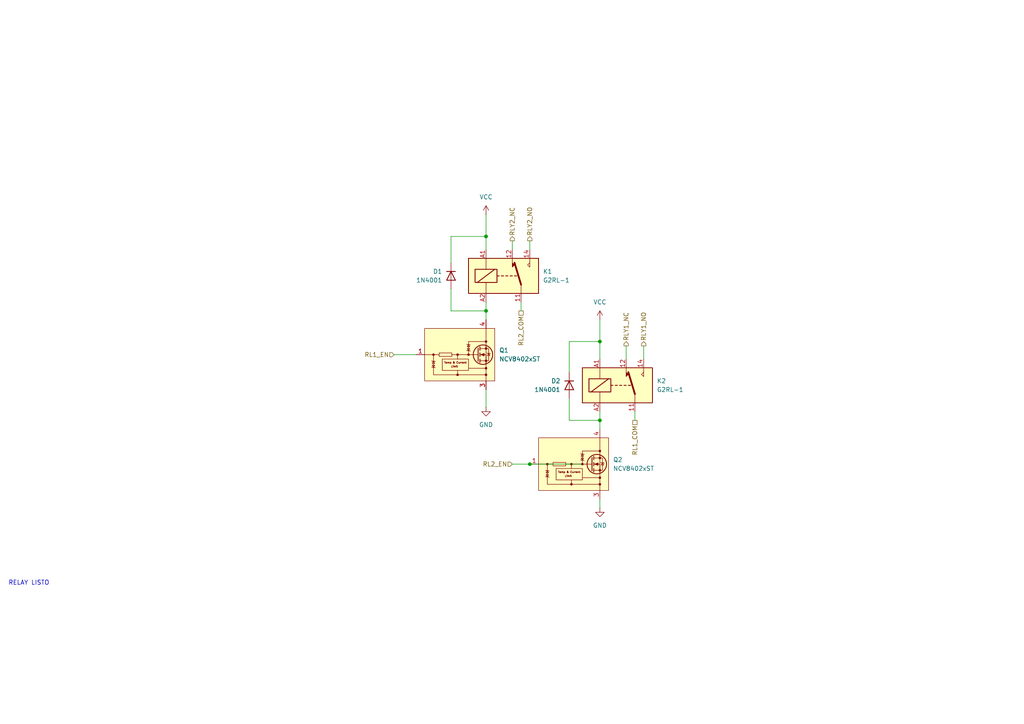
<source format=kicad_sch>
(kicad_sch
	(version 20250114)
	(generator "eeschema")
	(generator_version "9.0")
	(uuid "cffce59c-00fe-42d8-961e-130c24f41ffa")
	(paper "A4")
	(lib_symbols
		(symbol "Diode:1N4001"
			(pin_numbers
				(hide yes)
			)
			(pin_names
				(hide yes)
			)
			(exclude_from_sim no)
			(in_bom yes)
			(on_board yes)
			(property "Reference" "D"
				(at 0 2.54 0)
				(effects
					(font
						(size 1.27 1.27)
					)
				)
			)
			(property "Value" "1N4001"
				(at 0 -2.54 0)
				(effects
					(font
						(size 1.27 1.27)
					)
				)
			)
			(property "Footprint" "Diode_THT:D_DO-41_SOD81_P10.16mm_Horizontal"
				(at 0 0 0)
				(effects
					(font
						(size 1.27 1.27)
					)
					(hide yes)
				)
			)
			(property "Datasheet" "http://www.vishay.com/docs/88503/1n4001.pdf"
				(at 0 0 0)
				(effects
					(font
						(size 1.27 1.27)
					)
					(hide yes)
				)
			)
			(property "Description" "50V 1A General Purpose Rectifier Diode, DO-41"
				(at 0 0 0)
				(effects
					(font
						(size 1.27 1.27)
					)
					(hide yes)
				)
			)
			(property "Sim.Device" "D"
				(at 0 0 0)
				(effects
					(font
						(size 1.27 1.27)
					)
					(hide yes)
				)
			)
			(property "Sim.Pins" "1=K 2=A"
				(at 0 0 0)
				(effects
					(font
						(size 1.27 1.27)
					)
					(hide yes)
				)
			)
			(property "ki_keywords" "diode"
				(at 0 0 0)
				(effects
					(font
						(size 1.27 1.27)
					)
					(hide yes)
				)
			)
			(property "ki_fp_filters" "D*DO?41*"
				(at 0 0 0)
				(effects
					(font
						(size 1.27 1.27)
					)
					(hide yes)
				)
			)
			(symbol "1N4001_0_1"
				(polyline
					(pts
						(xy -1.27 1.27) (xy -1.27 -1.27)
					)
					(stroke
						(width 0.254)
						(type default)
					)
					(fill
						(type none)
					)
				)
				(polyline
					(pts
						(xy 1.27 1.27) (xy 1.27 -1.27) (xy -1.27 0) (xy 1.27 1.27)
					)
					(stroke
						(width 0.254)
						(type default)
					)
					(fill
						(type none)
					)
				)
				(polyline
					(pts
						(xy 1.27 0) (xy -1.27 0)
					)
					(stroke
						(width 0)
						(type default)
					)
					(fill
						(type none)
					)
				)
			)
			(symbol "1N4001_1_1"
				(pin passive line
					(at -3.81 0 0)
					(length 2.54)
					(name "K"
						(effects
							(font
								(size 1.27 1.27)
							)
						)
					)
					(number "1"
						(effects
							(font
								(size 1.27 1.27)
							)
						)
					)
				)
				(pin passive line
					(at 3.81 0 180)
					(length 2.54)
					(name "A"
						(effects
							(font
								(size 1.27 1.27)
							)
						)
					)
					(number "2"
						(effects
							(font
								(size 1.27 1.27)
							)
						)
					)
				)
			)
			(embedded_fonts no)
		)
		(symbol "Driver_FET:NCV8402xST"
			(pin_names
				(offset 0)
				(hide yes)
			)
			(exclude_from_sim no)
			(in_bom yes)
			(on_board yes)
			(property "Reference" "Q"
				(at 5.08 8.89 0)
				(effects
					(font
						(size 1.27 1.27)
					)
					(justify right)
				)
			)
			(property "Value" "NCV8402xST"
				(at -11.43 8.89 0)
				(effects
					(font
						(size 1.27 1.27)
					)
					(justify left)
				)
			)
			(property "Footprint" "Package_TO_SOT_SMD:SOT-223"
				(at 0 -7.112 0)
				(effects
					(font
						(size 1.27 1.27)
					)
					(hide yes)
				)
			)
			(property "Datasheet" "https://www.onsemi.com/pub/Collateral/NCV8402-D.PDF"
				(at 7.62 0 0)
				(effects
					(font
						(size 1.27 1.27)
					)
					(hide yes)
				)
			)
			(property "Description" "Self-Protected Low Side Driver with Temperature and Current Limit, SOT−223"
				(at 0 0 0)
				(effects
					(font
						(size 1.27 1.27)
					)
					(hide yes)
				)
			)
			(property "ki_keywords" "MOSFET ESD Overcurrent"
				(at 0 0 0)
				(effects
					(font
						(size 1.27 1.27)
					)
					(hide yes)
				)
			)
			(property "ki_fp_filters" "SOT?223*"
				(at 0 0 0)
				(effects
					(font
						(size 1.27 1.27)
					)
					(hide yes)
				)
			)
			(symbol "NCV8402xST_0_0"
				(rectangle
					(start -10.16 7.62)
					(end 10.16 -7.62)
					(stroke
						(width 0)
						(type default)
					)
					(fill
						(type background)
					)
				)
				(rectangle
					(start -5.969 0.508)
					(end -2.286 -0.508)
					(stroke
						(width 0)
						(type default)
					)
					(fill
						(type none)
					)
				)
				(polyline
					(pts
						(xy -0.635 -1.27) (xy -0.635 -0.635) (xy -0.635 0)
					)
					(stroke
						(width 0)
						(type default)
					)
					(fill
						(type none)
					)
				)
				(polyline
					(pts
						(xy -0.635 -5.842) (xy -7.62 -5.842) (xy -7.62 0) (xy -6.096 0)
					)
					(stroke
						(width 0)
						(type default)
					)
					(fill
						(type none)
					)
				)
				(polyline
					(pts
						(xy 2.54 0) (xy -2.286 0) (xy -0.889 0)
					)
					(stroke
						(width 0)
						(type default)
					)
					(fill
						(type none)
					)
				)
				(polyline
					(pts
						(xy 2.54 0) (xy 2.54 3.81) (xy 7.62 3.81)
					)
					(stroke
						(width 0)
						(type default)
					)
					(fill
						(type none)
					)
				)
				(polyline
					(pts
						(xy 7.62 2.54) (xy 7.62 7.62)
					)
					(stroke
						(width 0)
						(type default)
					)
					(fill
						(type none)
					)
				)
				(polyline
					(pts
						(xy 7.62 2.54) (xy 7.62 -7.62)
					)
					(stroke
						(width 0)
						(type default)
					)
					(fill
						(type none)
					)
				)
				(polyline
					(pts
						(xy 7.62 -5.842) (xy -0.635 -5.842) (xy -0.635 -4.572)
					)
					(stroke
						(width 0)
						(type default)
					)
					(fill
						(type none)
					)
				)
				(text "Limit"
					(at -1.524 -3.429 0)
					(effects
						(font
							(size 0.5334 0.5334)
						)
					)
				)
				(text "Temp & Current"
					(at -1.27 -2.286 0)
					(effects
						(font
							(size 0.5334 0.5334)
						)
					)
				)
			)
			(symbol "NCV8402xST_0_1"
				(polyline
					(pts
						(xy -7.62 0) (xy -10.16 0)
					)
					(stroke
						(width 0)
						(type default)
					)
					(fill
						(type none)
					)
				)
				(rectangle
					(start -5.08 -1.27)
					(end 2.54 -4.572)
					(stroke
						(width 0)
						(type default)
					)
					(fill
						(type none)
					)
				)
				(polyline
					(pts
						(xy 7.62 -3.937) (xy 2.667 -3.937)
					)
					(stroke
						(width 0)
						(type default)
					)
					(fill
						(type none)
					)
				)
			)
			(symbol "NCV8402xST_1_1"
				(polyline
					(pts
						(xy -8.128 -1.778) (xy -8.001 -1.905) (xy -7.239 -1.905) (xy -7.112 -2.032)
					)
					(stroke
						(width 0)
						(type default)
					)
					(fill
						(type none)
					)
				)
				(circle
					(center -7.62 0)
					(radius 0.2794)
					(stroke
						(width 0)
						(type default)
					)
					(fill
						(type outline)
					)
				)
				(polyline
					(pts
						(xy -7.62 -1.905) (xy -8.001 -2.54) (xy -7.239 -2.54) (xy -7.62 -1.905)
					)
					(stroke
						(width 0)
						(type default)
					)
					(fill
						(type none)
					)
				)
				(polyline
					(pts
						(xy -7.62 -3.683) (xy -7.239 -3.048) (xy -8.001 -3.048) (xy -7.62 -3.683)
					)
					(stroke
						(width 0)
						(type default)
					)
					(fill
						(type none)
					)
				)
				(polyline
					(pts
						(xy -7.112 -3.81) (xy -7.239 -3.683) (xy -8.001 -3.683) (xy -8.128 -3.556)
					)
					(stroke
						(width 0)
						(type default)
					)
					(fill
						(type none)
					)
				)
				(circle
					(center -0.635 0)
					(radius 0.2794)
					(stroke
						(width 0)
						(type default)
					)
					(fill
						(type outline)
					)
				)
				(circle
					(center -0.635 -5.842)
					(radius 0.2794)
					(stroke
						(width 0)
						(type default)
					)
					(fill
						(type outline)
					)
				)
				(polyline
					(pts
						(xy 2.032 3.048) (xy 2.159 2.921) (xy 2.921 2.921) (xy 3.048 2.794)
					)
					(stroke
						(width 0)
						(type default)
					)
					(fill
						(type none)
					)
				)
				(polyline
					(pts
						(xy 2.54 2.921) (xy 2.159 2.286) (xy 2.921 2.286) (xy 2.54 2.921)
					)
					(stroke
						(width 0)
						(type default)
					)
					(fill
						(type none)
					)
				)
				(polyline
					(pts
						(xy 2.54 1.143) (xy 2.921 1.778) (xy 2.159 1.778) (xy 2.54 1.143)
					)
					(stroke
						(width 0)
						(type default)
					)
					(fill
						(type none)
					)
				)
				(polyline
					(pts
						(xy 2.54 0) (xy 5.334 0)
					)
					(stroke
						(width 0)
						(type default)
					)
					(fill
						(type none)
					)
				)
				(circle
					(center 2.54 0)
					(radius 0.2794)
					(stroke
						(width 0)
						(type default)
					)
					(fill
						(type outline)
					)
				)
				(polyline
					(pts
						(xy 3.048 1.016) (xy 2.921 1.143) (xy 2.159 1.143) (xy 2.032 1.27)
					)
					(stroke
						(width 0)
						(type default)
					)
					(fill
						(type none)
					)
				)
				(polyline
					(pts
						(xy 5.334 1.905) (xy 5.334 -1.905) (xy 5.334 -1.905)
					)
					(stroke
						(width 0.254)
						(type default)
					)
					(fill
						(type none)
					)
				)
				(polyline
					(pts
						(xy 5.842 2.286) (xy 5.842 1.27)
					)
					(stroke
						(width 0.254)
						(type default)
					)
					(fill
						(type none)
					)
				)
				(polyline
					(pts
						(xy 5.842 1.778) (xy 7.62 1.778)
					)
					(stroke
						(width 0)
						(type default)
					)
					(fill
						(type none)
					)
				)
				(polyline
					(pts
						(xy 5.842 0.508) (xy 5.842 -0.508)
					)
					(stroke
						(width 0.254)
						(type default)
					)
					(fill
						(type none)
					)
				)
				(polyline
					(pts
						(xy 5.842 0) (xy 7.62 0)
					)
					(stroke
						(width 0)
						(type default)
					)
					(fill
						(type none)
					)
				)
				(polyline
					(pts
						(xy 5.842 -1.27) (xy 5.842 -2.286)
					)
					(stroke
						(width 0.254)
						(type default)
					)
					(fill
						(type none)
					)
				)
				(polyline
					(pts
						(xy 5.842 -1.778) (xy 7.62 -1.778)
					)
					(stroke
						(width 0)
						(type default)
					)
					(fill
						(type none)
					)
				)
				(polyline
					(pts
						(xy 6.096 0) (xy 7.112 0.381) (xy 7.112 -0.381) (xy 6.096 0)
					)
					(stroke
						(width 0)
						(type default)
					)
					(fill
						(type outline)
					)
				)
				(circle
					(center 6.731 0)
					(radius 2.8194)
					(stroke
						(width 0.254)
						(type default)
					)
					(fill
						(type none)
					)
				)
				(circle
					(center 7.62 3.81)
					(radius 0.2794)
					(stroke
						(width 0)
						(type default)
					)
					(fill
						(type outline)
					)
				)
				(polyline
					(pts
						(xy 7.62 2.54) (xy 7.62 1.778)
					)
					(stroke
						(width 0)
						(type default)
					)
					(fill
						(type none)
					)
				)
				(circle
					(center 7.62 1.778)
					(radius 0.2794)
					(stroke
						(width 0)
						(type default)
					)
					(fill
						(type outline)
					)
				)
				(polyline
					(pts
						(xy 7.62 -1.778) (xy 7.62 0)
					)
					(stroke
						(width 0)
						(type default)
					)
					(fill
						(type none)
					)
				)
				(polyline
					(pts
						(xy 7.62 -1.778) (xy 7.62 -2.54)
					)
					(stroke
						(width 0)
						(type default)
					)
					(fill
						(type none)
					)
				)
				(polyline
					(pts
						(xy 7.62 -1.778) (xy 8.382 -1.778) (xy 8.382 1.778) (xy 7.62 1.778)
					)
					(stroke
						(width 0)
						(type default)
					)
					(fill
						(type none)
					)
				)
				(circle
					(center 7.62 -1.778)
					(radius 0.2794)
					(stroke
						(width 0)
						(type default)
					)
					(fill
						(type outline)
					)
				)
				(circle
					(center 7.62 -3.937)
					(radius 0.2794)
					(stroke
						(width 0)
						(type default)
					)
					(fill
						(type outline)
					)
				)
				(circle
					(center 7.62 -5.842)
					(radius 0.2794)
					(stroke
						(width 0)
						(type default)
					)
					(fill
						(type outline)
					)
				)
				(polyline
					(pts
						(xy 7.874 0.508) (xy 8.001 0.381) (xy 8.763 0.381) (xy 8.89 0.254)
					)
					(stroke
						(width 0)
						(type default)
					)
					(fill
						(type none)
					)
				)
				(polyline
					(pts
						(xy 8.382 0.381) (xy 8.001 -0.254) (xy 8.763 -0.254) (xy 8.382 0.381)
					)
					(stroke
						(width 0)
						(type default)
					)
					(fill
						(type none)
					)
				)
				(pin input line
					(at -12.7 0 0)
					(length 2.54)
					(name "G"
						(effects
							(font
								(size 1.27 1.27)
							)
						)
					)
					(number "1"
						(effects
							(font
								(size 1.27 1.27)
							)
						)
					)
				)
				(pin passive line
					(at 7.62 10.16 270)
					(length 2.54)
					(hide yes)
					(name "D"
						(effects
							(font
								(size 1.27 1.27)
							)
						)
					)
					(number "2"
						(effects
							(font
								(size 1.27 1.27)
							)
						)
					)
				)
				(pin passive line
					(at 7.62 10.16 270)
					(length 2.54)
					(name "D"
						(effects
							(font
								(size 1.27 1.27)
							)
						)
					)
					(number "4"
						(effects
							(font
								(size 1.27 1.27)
							)
						)
					)
				)
				(pin passive line
					(at 7.62 -10.16 90)
					(length 2.54)
					(name "S"
						(effects
							(font
								(size 1.27 1.27)
							)
						)
					)
					(number "3"
						(effects
							(font
								(size 1.27 1.27)
							)
						)
					)
				)
			)
			(embedded_fonts no)
		)
		(symbol "Relay:G2RL-1"
			(exclude_from_sim no)
			(in_bom yes)
			(on_board yes)
			(property "Reference" "K"
				(at 11.43 3.81 0)
				(effects
					(font
						(size 1.27 1.27)
					)
					(justify left)
				)
			)
			(property "Value" "G2RL-1"
				(at 11.43 1.27 0)
				(effects
					(font
						(size 1.27 1.27)
					)
					(justify left)
				)
			)
			(property "Footprint" "Relay_THT:Relay_SPDT_Omron_G2RL-1"
				(at 11.43 -1.27 0)
				(effects
					(font
						(size 1.27 1.27)
					)
					(justify left)
					(hide yes)
				)
			)
			(property "Datasheet" "https://omronfs.omron.com/en_US/ecb/products/pdf/en-g2rl.pdf"
				(at 0 0 0)
				(effects
					(font
						(size 1.27 1.27)
					)
					(hide yes)
				)
			)
			(property "Description" "General Purpose Low Profile Relay SPDT Through Hole, Omron G2RL series, 12A 250VAC"
				(at 0 0 0)
				(effects
					(font
						(size 1.27 1.27)
					)
					(hide yes)
				)
			)
			(property "ki_keywords" "Single Pole Relay SPDT Omron"
				(at 0 0 0)
				(effects
					(font
						(size 1.27 1.27)
					)
					(hide yes)
				)
			)
			(property "ki_fp_filters" "Relay?SPDT?Omron?G2RL*"
				(at 0 0 0)
				(effects
					(font
						(size 1.27 1.27)
					)
					(hide yes)
				)
			)
			(symbol "G2RL-1_0_0"
				(polyline
					(pts
						(xy 7.62 5.08) (xy 7.62 2.54) (xy 6.985 3.175) (xy 7.62 3.81)
					)
					(stroke
						(width 0)
						(type default)
					)
					(fill
						(type none)
					)
				)
			)
			(symbol "G2RL-1_0_1"
				(rectangle
					(start -10.16 5.08)
					(end 10.16 -5.08)
					(stroke
						(width 0.254)
						(type default)
					)
					(fill
						(type background)
					)
				)
				(rectangle
					(start -8.255 1.905)
					(end -1.905 -1.905)
					(stroke
						(width 0.254)
						(type default)
					)
					(fill
						(type none)
					)
				)
				(polyline
					(pts
						(xy -7.62 -1.905) (xy -2.54 1.905)
					)
					(stroke
						(width 0.254)
						(type default)
					)
					(fill
						(type none)
					)
				)
				(polyline
					(pts
						(xy -5.08 5.08) (xy -5.08 1.905)
					)
					(stroke
						(width 0)
						(type default)
					)
					(fill
						(type none)
					)
				)
				(polyline
					(pts
						(xy -5.08 -5.08) (xy -5.08 -1.905)
					)
					(stroke
						(width 0)
						(type default)
					)
					(fill
						(type none)
					)
				)
				(polyline
					(pts
						(xy -1.905 0) (xy -1.27 0)
					)
					(stroke
						(width 0.254)
						(type default)
					)
					(fill
						(type none)
					)
				)
				(polyline
					(pts
						(xy -0.635 0) (xy 0 0)
					)
					(stroke
						(width 0.254)
						(type default)
					)
					(fill
						(type none)
					)
				)
				(polyline
					(pts
						(xy 0.635 0) (xy 1.27 0)
					)
					(stroke
						(width 0.254)
						(type default)
					)
					(fill
						(type none)
					)
				)
				(polyline
					(pts
						(xy 1.905 0) (xy 2.54 0)
					)
					(stroke
						(width 0.254)
						(type default)
					)
					(fill
						(type none)
					)
				)
				(polyline
					(pts
						(xy 2.54 5.08) (xy 2.54 2.54) (xy 3.175 3.175) (xy 2.54 3.81)
					)
					(stroke
						(width 0)
						(type default)
					)
					(fill
						(type outline)
					)
				)
				(polyline
					(pts
						(xy 3.175 0) (xy 3.81 0)
					)
					(stroke
						(width 0.254)
						(type default)
					)
					(fill
						(type none)
					)
				)
				(polyline
					(pts
						(xy 5.08 -2.54) (xy 3.175 3.81)
					)
					(stroke
						(width 0.508)
						(type default)
					)
					(fill
						(type none)
					)
				)
				(polyline
					(pts
						(xy 5.08 -2.54) (xy 5.08 -5.08)
					)
					(stroke
						(width 0)
						(type default)
					)
					(fill
						(type none)
					)
				)
			)
			(symbol "G2RL-1_1_1"
				(pin passive line
					(at -5.08 7.62 270)
					(length 2.54)
					(name "~"
						(effects
							(font
								(size 1.27 1.27)
							)
						)
					)
					(number "A1"
						(effects
							(font
								(size 1.27 1.27)
							)
						)
					)
				)
				(pin passive line
					(at -5.08 -7.62 90)
					(length 2.54)
					(name "~"
						(effects
							(font
								(size 1.27 1.27)
							)
						)
					)
					(number "A2"
						(effects
							(font
								(size 1.27 1.27)
							)
						)
					)
				)
				(pin passive line
					(at 2.54 7.62 270)
					(length 2.54)
					(name "~"
						(effects
							(font
								(size 1.27 1.27)
							)
						)
					)
					(number "12"
						(effects
							(font
								(size 1.27 1.27)
							)
						)
					)
				)
				(pin passive line
					(at 5.08 -7.62 90)
					(length 2.54)
					(name "~"
						(effects
							(font
								(size 1.27 1.27)
							)
						)
					)
					(number "11"
						(effects
							(font
								(size 1.27 1.27)
							)
						)
					)
				)
				(pin passive line
					(at 7.62 7.62 270)
					(length 2.54)
					(name "~"
						(effects
							(font
								(size 1.27 1.27)
							)
						)
					)
					(number "14"
						(effects
							(font
								(size 1.27 1.27)
							)
						)
					)
				)
			)
			(embedded_fonts no)
		)
		(symbol "power:GND"
			(power)
			(pin_numbers
				(hide yes)
			)
			(pin_names
				(offset 0)
				(hide yes)
			)
			(exclude_from_sim no)
			(in_bom yes)
			(on_board yes)
			(property "Reference" "#PWR"
				(at 0 -6.35 0)
				(effects
					(font
						(size 1.27 1.27)
					)
					(hide yes)
				)
			)
			(property "Value" "GND"
				(at 0 -3.81 0)
				(effects
					(font
						(size 1.27 1.27)
					)
				)
			)
			(property "Footprint" ""
				(at 0 0 0)
				(effects
					(font
						(size 1.27 1.27)
					)
					(hide yes)
				)
			)
			(property "Datasheet" ""
				(at 0 0 0)
				(effects
					(font
						(size 1.27 1.27)
					)
					(hide yes)
				)
			)
			(property "Description" "Power symbol creates a global label with name \"GND\" , ground"
				(at 0 0 0)
				(effects
					(font
						(size 1.27 1.27)
					)
					(hide yes)
				)
			)
			(property "ki_keywords" "global power"
				(at 0 0 0)
				(effects
					(font
						(size 1.27 1.27)
					)
					(hide yes)
				)
			)
			(symbol "GND_0_1"
				(polyline
					(pts
						(xy 0 0) (xy 0 -1.27) (xy 1.27 -1.27) (xy 0 -2.54) (xy -1.27 -1.27) (xy 0 -1.27)
					)
					(stroke
						(width 0)
						(type default)
					)
					(fill
						(type none)
					)
				)
			)
			(symbol "GND_1_1"
				(pin power_in line
					(at 0 0 270)
					(length 0)
					(name "~"
						(effects
							(font
								(size 1.27 1.27)
							)
						)
					)
					(number "1"
						(effects
							(font
								(size 1.27 1.27)
							)
						)
					)
				)
			)
			(embedded_fonts no)
		)
		(symbol "power:VCC"
			(power)
			(pin_numbers
				(hide yes)
			)
			(pin_names
				(offset 0)
				(hide yes)
			)
			(exclude_from_sim no)
			(in_bom yes)
			(on_board yes)
			(property "Reference" "#PWR"
				(at 0 -3.81 0)
				(effects
					(font
						(size 1.27 1.27)
					)
					(hide yes)
				)
			)
			(property "Value" "VCC"
				(at 0 3.556 0)
				(effects
					(font
						(size 1.27 1.27)
					)
				)
			)
			(property "Footprint" ""
				(at 0 0 0)
				(effects
					(font
						(size 1.27 1.27)
					)
					(hide yes)
				)
			)
			(property "Datasheet" ""
				(at 0 0 0)
				(effects
					(font
						(size 1.27 1.27)
					)
					(hide yes)
				)
			)
			(property "Description" "Power symbol creates a global label with name \"VCC\""
				(at 0 0 0)
				(effects
					(font
						(size 1.27 1.27)
					)
					(hide yes)
				)
			)
			(property "ki_keywords" "global power"
				(at 0 0 0)
				(effects
					(font
						(size 1.27 1.27)
					)
					(hide yes)
				)
			)
			(symbol "VCC_0_1"
				(polyline
					(pts
						(xy -0.762 1.27) (xy 0 2.54)
					)
					(stroke
						(width 0)
						(type default)
					)
					(fill
						(type none)
					)
				)
				(polyline
					(pts
						(xy 0 2.54) (xy 0.762 1.27)
					)
					(stroke
						(width 0)
						(type default)
					)
					(fill
						(type none)
					)
				)
				(polyline
					(pts
						(xy 0 0) (xy 0 2.54)
					)
					(stroke
						(width 0)
						(type default)
					)
					(fill
						(type none)
					)
				)
			)
			(symbol "VCC_1_1"
				(pin power_in line
					(at 0 0 90)
					(length 0)
					(name "~"
						(effects
							(font
								(size 1.27 1.27)
							)
						)
					)
					(number "1"
						(effects
							(font
								(size 1.27 1.27)
							)
						)
					)
				)
			)
			(embedded_fonts no)
		)
	)
	(text "RELAY LISTO\n"
		(exclude_from_sim no)
		(at 8.382 169.164 0)
		(effects
			(font
				(size 1.27 1.27)
			)
		)
		(uuid "76647f0d-a2d8-4d24-8657-2dc1120c9885")
	)
	(junction
		(at 140.97 68.58)
		(diameter 0)
		(color 0 0 0 0)
		(uuid "0243e7e9-b096-40d2-88a4-160c1cba8ec3")
	)
	(junction
		(at 173.99 121.92)
		(diameter 0)
		(color 0 0 0 0)
		(uuid "492e6deb-ced7-4ab5-a241-b852983a1568")
	)
	(junction
		(at 140.97 90.17)
		(diameter 0)
		(color 0 0 0 0)
		(uuid "9790c15f-ca86-4279-87fd-3bf01956a8cb")
	)
	(junction
		(at 153.67 134.62)
		(diameter 0)
		(color 0 0 0 0)
		(uuid "dab960e0-f999-4bb2-9ace-abd292fb8e70")
	)
	(junction
		(at 173.99 99.06)
		(diameter 0)
		(color 0 0 0 0)
		(uuid "f7e2128c-c49b-40f3-8bcf-9a2d69fe1500")
	)
	(wire
		(pts
			(xy 173.99 104.14) (xy 173.99 99.06)
		)
		(stroke
			(width 0)
			(type default)
		)
		(uuid "0013287f-4d51-4d58-ba86-50c6f98c8329")
	)
	(wire
		(pts
			(xy 148.59 134.62) (xy 153.67 134.62)
		)
		(stroke
			(width 0)
			(type default)
		)
		(uuid "03f2bc32-1e33-4385-9680-15eeb5fd2151")
	)
	(wire
		(pts
			(xy 130.81 90.17) (xy 140.97 90.17)
		)
		(stroke
			(width 0)
			(type default)
		)
		(uuid "13f81811-24c8-4e46-96e5-154a37eaa77f")
	)
	(wire
		(pts
			(xy 168.91 134.62) (xy 153.67 134.62)
		)
		(stroke
			(width 0)
			(type default)
		)
		(uuid "30573f30-8533-40c3-9455-dbb43da8c837")
	)
	(wire
		(pts
			(xy 165.1 99.06) (xy 173.99 99.06)
		)
		(stroke
			(width 0)
			(type default)
		)
		(uuid "311af6b3-1309-45fc-91b8-30172b010be7")
	)
	(wire
		(pts
			(xy 165.1 115.57) (xy 165.1 121.92)
		)
		(stroke
			(width 0)
			(type default)
		)
		(uuid "37fe98ab-ed78-4af9-b787-714f235d5d88")
	)
	(wire
		(pts
			(xy 140.97 68.58) (xy 140.97 72.39)
		)
		(stroke
			(width 0)
			(type default)
		)
		(uuid "3ab762bf-eadb-42cb-99c3-8d4e9d063074")
	)
	(wire
		(pts
			(xy 140.97 113.03) (xy 140.97 118.11)
		)
		(stroke
			(width 0)
			(type default)
		)
		(uuid "3ef48777-dbb5-495d-a685-d9ddf8b16861")
	)
	(wire
		(pts
			(xy 140.97 90.17) (xy 140.97 92.71)
		)
		(stroke
			(width 0)
			(type default)
		)
		(uuid "49f05833-c2d5-4419-a8a0-d90470addf9f")
	)
	(wire
		(pts
			(xy 148.59 69.85) (xy 148.59 72.39)
		)
		(stroke
			(width 0)
			(type default)
		)
		(uuid "5ccdb662-a05a-4bc1-8988-c898078b42a5")
	)
	(wire
		(pts
			(xy 140.97 87.63) (xy 140.97 90.17)
		)
		(stroke
			(width 0)
			(type default)
		)
		(uuid "6c781015-9b71-4633-947c-a4686204da16")
	)
	(wire
		(pts
			(xy 173.99 119.38) (xy 173.99 121.92)
		)
		(stroke
			(width 0)
			(type default)
		)
		(uuid "729ffc3e-3b0a-4700-a03c-8198601e4f85")
	)
	(wire
		(pts
			(xy 153.67 69.85) (xy 153.67 72.39)
		)
		(stroke
			(width 0)
			(type default)
		)
		(uuid "8c26bcf7-9b18-480a-b5ac-6407190a3498")
	)
	(wire
		(pts
			(xy 181.61 100.33) (xy 181.61 104.14)
		)
		(stroke
			(width 0)
			(type default)
		)
		(uuid "91ea4add-298c-4de7-9ef3-84cd5950595a")
	)
	(wire
		(pts
			(xy 140.97 62.23) (xy 140.97 68.58)
		)
		(stroke
			(width 0)
			(type default)
		)
		(uuid "94d5294c-7c3e-466b-90c3-f187d61dc544")
	)
	(wire
		(pts
			(xy 151.13 87.63) (xy 151.13 90.17)
		)
		(stroke
			(width 0)
			(type default)
		)
		(uuid "95cf5e65-a308-49e5-af0c-199b5c8da5fd")
	)
	(wire
		(pts
			(xy 114.3 102.87) (xy 120.65 102.87)
		)
		(stroke
			(width 0)
			(type default)
		)
		(uuid "abf5be68-7a0e-4698-a19f-9026a3287058")
	)
	(wire
		(pts
			(xy 173.99 121.92) (xy 173.99 124.46)
		)
		(stroke
			(width 0)
			(type default)
		)
		(uuid "b2cff636-ccbb-4d0e-8bf8-bcd61be111fe")
	)
	(wire
		(pts
			(xy 130.81 83.82) (xy 130.81 90.17)
		)
		(stroke
			(width 0)
			(type default)
		)
		(uuid "b6d3b6c9-6501-47fe-8cf8-de67e45e1c58")
	)
	(wire
		(pts
			(xy 173.99 144.78) (xy 173.99 147.32)
		)
		(stroke
			(width 0)
			(type default)
		)
		(uuid "b7a825fd-4547-4d3d-b565-3fd58320ab87")
	)
	(wire
		(pts
			(xy 130.81 68.58) (xy 140.97 68.58)
		)
		(stroke
			(width 0)
			(type default)
		)
		(uuid "d8235f28-80bc-4cb1-ac4b-df6b032268db")
	)
	(wire
		(pts
			(xy 186.69 104.14) (xy 186.69 100.33)
		)
		(stroke
			(width 0)
			(type default)
		)
		(uuid "d84b7d54-4ef9-4983-b224-e06b388a0f31")
	)
	(wire
		(pts
			(xy 165.1 107.95) (xy 165.1 99.06)
		)
		(stroke
			(width 0)
			(type default)
		)
		(uuid "e7ce7e1f-8d32-488a-9898-ebd57dfe7699")
	)
	(wire
		(pts
			(xy 173.99 99.06) (xy 173.99 92.71)
		)
		(stroke
			(width 0)
			(type default)
		)
		(uuid "ed2478fe-790f-456b-84ae-0959a180fb4d")
	)
	(wire
		(pts
			(xy 165.1 121.92) (xy 173.99 121.92)
		)
		(stroke
			(width 0)
			(type default)
		)
		(uuid "fc0b3709-4294-4326-a141-5a094722e736")
	)
	(wire
		(pts
			(xy 130.81 76.2) (xy 130.81 68.58)
		)
		(stroke
			(width 0)
			(type default)
		)
		(uuid "fe4d3fb8-9039-4ed7-ac41-270a7aeadd4a")
	)
	(wire
		(pts
			(xy 184.15 121.92) (xy 184.15 119.38)
		)
		(stroke
			(width 0)
			(type default)
		)
		(uuid "ff86b017-b40e-4aaa-8ea1-9e3eb2440ee2")
	)
	(hierarchical_label "RLY2_NC"
		(shape output)
		(at 148.59 69.85 90)
		(effects
			(font
				(size 1.27 1.27)
			)
			(justify left)
		)
		(uuid "136d0900-9b90-4551-8207-94253f00894f")
	)
	(hierarchical_label "RL1_COM"
		(shape passive)
		(at 184.15 121.92 270)
		(effects
			(font
				(size 1.27 1.27)
			)
			(justify right)
		)
		(uuid "2638d623-5eec-49a7-96ce-abc063f0b2d7")
	)
	(hierarchical_label "RL2_EN"
		(shape input)
		(at 148.59 134.62 180)
		(effects
			(font
				(size 1.27 1.27)
			)
			(justify right)
		)
		(uuid "3e898b01-38f7-473b-ad57-85697ebc3821")
	)
	(hierarchical_label "RLY1_NO"
		(shape output)
		(at 186.69 100.33 90)
		(effects
			(font
				(size 1.27 1.27)
			)
			(justify left)
		)
		(uuid "59b3596f-6833-4967-9719-de3fb6b6d32b")
	)
	(hierarchical_label "RL2_COM"
		(shape passive)
		(at 151.13 90.17 270)
		(effects
			(font
				(size 1.27 1.27)
			)
			(justify right)
		)
		(uuid "bca84ce4-18dc-44a6-8825-736c79c71c42")
	)
	(hierarchical_label "RLY1_NC"
		(shape output)
		(at 181.61 100.33 90)
		(effects
			(font
				(size 1.27 1.27)
			)
			(justify left)
		)
		(uuid "c0cdb961-51b2-4c39-8ab1-807eecbcef55")
	)
	(hierarchical_label "RL1_EN"
		(shape input)
		(at 114.3 102.87 180)
		(effects
			(font
				(size 1.27 1.27)
			)
			(justify right)
		)
		(uuid "e598eb98-68c7-425a-9a03-cdc3890e510b")
	)
	(hierarchical_label "RLY2_NO"
		(shape output)
		(at 153.67 69.85 90)
		(effects
			(font
				(size 1.27 1.27)
			)
			(justify left)
		)
		(uuid "e69a26a3-31d0-445f-abcf-c10ca3ccec38")
	)
	(symbol
		(lib_id "power:GND")
		(at 173.99 147.32 0)
		(unit 1)
		(exclude_from_sim no)
		(in_bom yes)
		(on_board yes)
		(dnp no)
		(fields_autoplaced yes)
		(uuid "25ddbd57-fd12-401b-b409-6cf1f319c209")
		(property "Reference" "#PWR019"
			(at 173.99 153.67 0)
			(effects
				(font
					(size 1.27 1.27)
				)
				(hide yes)
			)
		)
		(property "Value" "GND"
			(at 173.99 152.4 0)
			(effects
				(font
					(size 1.27 1.27)
				)
			)
		)
		(property "Footprint" ""
			(at 173.99 147.32 0)
			(effects
				(font
					(size 1.27 1.27)
				)
				(hide yes)
			)
		)
		(property "Datasheet" ""
			(at 173.99 147.32 0)
			(effects
				(font
					(size 1.27 1.27)
				)
				(hide yes)
			)
		)
		(property "Description" "Power symbol creates a global label with name \"GND\" , ground"
			(at 173.99 147.32 0)
			(effects
				(font
					(size 1.27 1.27)
				)
				(hide yes)
			)
		)
		(pin "1"
			(uuid "f7b5668a-6b55-4168-8a9f-8497d18d0cf5")
		)
		(instances
			(project "NIVARA"
				(path "/8290cc18-06d0-4e02-a781-29a61ebc321a/9e4d7a0c-a5eb-4e88-9036-0c35e68b279a/86b88fb6-54fe-4cca-9b3c-121214f029ac"
					(reference "#PWR019")
					(unit 1)
				)
			)
		)
	)
	(symbol
		(lib_id "power:VCC")
		(at 173.99 92.71 0)
		(unit 1)
		(exclude_from_sim no)
		(in_bom yes)
		(on_board yes)
		(dnp no)
		(fields_autoplaced yes)
		(uuid "26174cbc-efa2-48e2-b6f2-045d9ecd6cb3")
		(property "Reference" "#PWR021"
			(at 173.99 96.52 0)
			(effects
				(font
					(size 1.27 1.27)
				)
				(hide yes)
			)
		)
		(property "Value" "VCC"
			(at 173.99 87.63 0)
			(effects
				(font
					(size 1.27 1.27)
				)
			)
		)
		(property "Footprint" ""
			(at 173.99 92.71 0)
			(effects
				(font
					(size 1.27 1.27)
				)
				(hide yes)
			)
		)
		(property "Datasheet" ""
			(at 173.99 92.71 0)
			(effects
				(font
					(size 1.27 1.27)
				)
				(hide yes)
			)
		)
		(property "Description" "Power symbol creates a global label with name \"VCC\""
			(at 173.99 92.71 0)
			(effects
				(font
					(size 1.27 1.27)
				)
				(hide yes)
			)
		)
		(pin "1"
			(uuid "21586879-cc36-48f9-8551-9e7ba463ff20")
		)
		(instances
			(project "NIVARA"
				(path "/8290cc18-06d0-4e02-a781-29a61ebc321a/9e4d7a0c-a5eb-4e88-9036-0c35e68b279a/86b88fb6-54fe-4cca-9b3c-121214f029ac"
					(reference "#PWR021")
					(unit 1)
				)
			)
		)
	)
	(symbol
		(lib_id "Relay:G2RL-1")
		(at 146.05 80.01 0)
		(unit 1)
		(exclude_from_sim no)
		(in_bom yes)
		(on_board yes)
		(dnp no)
		(fields_autoplaced yes)
		(uuid "271b35fc-458b-4d23-8fc7-dd31f7ee970e")
		(property "Reference" "K1"
			(at 157.48 78.7399 0)
			(effects
				(font
					(size 1.27 1.27)
				)
				(justify left)
			)
		)
		(property "Value" "G2RL-1"
			(at 157.48 81.2799 0)
			(effects
				(font
					(size 1.27 1.27)
				)
				(justify left)
			)
		)
		(property "Footprint" "Relay_THT:Relay_SPDT_Omron_G2RL-1"
			(at 157.48 81.28 0)
			(effects
				(font
					(size 1.27 1.27)
				)
				(justify left)
				(hide yes)
			)
		)
		(property "Datasheet" "https://omronfs.omron.com/en_US/ecb/products/pdf/en-g2rl.pdf"
			(at 146.05 80.01 0)
			(effects
				(font
					(size 1.27 1.27)
				)
				(hide yes)
			)
		)
		(property "Description" "General Purpose Low Profile Relay SPDT Through Hole, Omron G2RL series, 12A 250VAC"
			(at 146.05 80.01 0)
			(effects
				(font
					(size 1.27 1.27)
				)
				(hide yes)
			)
		)
		(pin "14"
			(uuid "8d7c773d-a7e6-411a-a59a-0d76b5386e96")
		)
		(pin "12"
			(uuid "b718b134-6a0c-4b2d-a8cf-51b4f81e1730")
		)
		(pin "A2"
			(uuid "f0ccefb8-1ff0-448e-9cd9-e174cfa0f812")
		)
		(pin "11"
			(uuid "d165c126-c58f-4d81-ba0b-0bf8a59a2b8c")
		)
		(pin "A1"
			(uuid "13e978b4-8cf4-4a19-a2a2-331c2f2d98d4")
		)
		(instances
			(project ""
				(path "/8290cc18-06d0-4e02-a781-29a61ebc321a/9e4d7a0c-a5eb-4e88-9036-0c35e68b279a/86b88fb6-54fe-4cca-9b3c-121214f029ac"
					(reference "K1")
					(unit 1)
				)
			)
		)
	)
	(symbol
		(lib_id "Diode:1N4001")
		(at 130.81 80.01 270)
		(unit 1)
		(exclude_from_sim no)
		(in_bom yes)
		(on_board yes)
		(dnp no)
		(uuid "46d6784f-10bf-403d-8d24-ee3b96fd4a00")
		(property "Reference" "D1"
			(at 128.27 78.7399 90)
			(effects
				(font
					(size 1.27 1.27)
				)
				(justify right)
			)
		)
		(property "Value" "1N4001"
			(at 128.27 81.2799 90)
			(effects
				(font
					(size 1.27 1.27)
				)
				(justify right)
			)
		)
		(property "Footprint" "Diode_SMD:D_SMA"
			(at 130.81 80.01 0)
			(effects
				(font
					(size 1.27 1.27)
				)
				(hide yes)
			)
		)
		(property "Datasheet" "http://www.vishay.com/docs/88503/1n4001.pdf"
			(at 130.81 80.01 0)
			(effects
				(font
					(size 1.27 1.27)
				)
				(hide yes)
			)
		)
		(property "Description" "50V 1A General Purpose Rectifier Diode, DO-41"
			(at 130.81 80.01 0)
			(effects
				(font
					(size 1.27 1.27)
				)
				(hide yes)
			)
		)
		(property "Sim.Device" "D"
			(at 130.81 80.01 0)
			(effects
				(font
					(size 1.27 1.27)
				)
				(hide yes)
			)
		)
		(property "Sim.Pins" "1=K 2=A"
			(at 130.81 80.01 0)
			(effects
				(font
					(size 1.27 1.27)
				)
				(hide yes)
			)
		)
		(pin "1"
			(uuid "d85a325f-ef05-491f-88fc-53c586148210")
		)
		(pin "2"
			(uuid "26273b86-7ff6-428b-98ef-c1d918a44968")
		)
		(instances
			(project ""
				(path "/8290cc18-06d0-4e02-a781-29a61ebc321a/9e4d7a0c-a5eb-4e88-9036-0c35e68b279a/86b88fb6-54fe-4cca-9b3c-121214f029ac"
					(reference "D1")
					(unit 1)
				)
			)
		)
	)
	(symbol
		(lib_id "Driver_FET:NCV8402xST")
		(at 166.37 134.62 0)
		(unit 1)
		(exclude_from_sim no)
		(in_bom yes)
		(on_board yes)
		(dnp no)
		(fields_autoplaced yes)
		(uuid "54ce707c-2d03-48e0-8be2-dbe066b060d4")
		(property "Reference" "Q2"
			(at 177.8 133.3499 0)
			(effects
				(font
					(size 1.27 1.27)
				)
				(justify left)
			)
		)
		(property "Value" "NCV8402xST"
			(at 177.8 135.8899 0)
			(effects
				(font
					(size 1.27 1.27)
				)
				(justify left)
			)
		)
		(property "Footprint" "Package_TO_SOT_SMD:SOT-223"
			(at 166.37 141.732 0)
			(effects
				(font
					(size 1.27 1.27)
				)
				(hide yes)
			)
		)
		(property "Datasheet" "https://www.onsemi.com/pub/Collateral/NCV8402-D.PDF"
			(at 173.99 134.62 0)
			(effects
				(font
					(size 1.27 1.27)
				)
				(hide yes)
			)
		)
		(property "Description" "Self-Protected Low Side Driver with Temperature and Current Limit, SOT−223"
			(at 166.37 134.62 0)
			(effects
				(font
					(size 1.27 1.27)
				)
				(hide yes)
			)
		)
		(pin "2"
			(uuid "22374888-780d-4fec-80af-044a81868469")
		)
		(pin "4"
			(uuid "815b31eb-73db-4ca5-9a69-7bc5fb3c7ee8")
		)
		(pin "1"
			(uuid "5966efe0-7d13-43d1-8240-ef98db50c53e")
		)
		(pin "3"
			(uuid "f89542ca-24e6-4da1-82dd-2489217fbca1")
		)
		(instances
			(project "NIVARA"
				(path "/8290cc18-06d0-4e02-a781-29a61ebc321a/9e4d7a0c-a5eb-4e88-9036-0c35e68b279a/86b88fb6-54fe-4cca-9b3c-121214f029ac"
					(reference "Q2")
					(unit 1)
				)
			)
		)
	)
	(symbol
		(lib_id "Driver_FET:NCV8402xST")
		(at 133.35 102.87 0)
		(unit 1)
		(exclude_from_sim no)
		(in_bom yes)
		(on_board yes)
		(dnp no)
		(fields_autoplaced yes)
		(uuid "5c270442-6131-4d2f-9896-59680648bf1f")
		(property "Reference" "Q1"
			(at 144.78 101.5999 0)
			(effects
				(font
					(size 1.27 1.27)
				)
				(justify left)
			)
		)
		(property "Value" "NCV8402xST"
			(at 144.78 104.1399 0)
			(effects
				(font
					(size 1.27 1.27)
				)
				(justify left)
			)
		)
		(property "Footprint" "Package_TO_SOT_SMD:SOT-223"
			(at 133.35 109.982 0)
			(effects
				(font
					(size 1.27 1.27)
				)
				(hide yes)
			)
		)
		(property "Datasheet" "https://www.onsemi.com/pub/Collateral/NCV8402-D.PDF"
			(at 140.97 102.87 0)
			(effects
				(font
					(size 1.27 1.27)
				)
				(hide yes)
			)
		)
		(property "Description" "Self-Protected Low Side Driver with Temperature and Current Limit, SOT−223"
			(at 133.35 102.87 0)
			(effects
				(font
					(size 1.27 1.27)
				)
				(hide yes)
			)
		)
		(pin "2"
			(uuid "1c3ab122-0f8c-476d-b573-e6471df688b3")
		)
		(pin "4"
			(uuid "782c1c78-a4c9-47f9-bd91-ae0935b939f3")
		)
		(pin "1"
			(uuid "571e9edd-dd5c-4bb3-9d4d-f0e9a32e9932")
		)
		(pin "3"
			(uuid "4f7134a5-a7f2-46c5-813f-bdc67068406d")
		)
		(instances
			(project ""
				(path "/8290cc18-06d0-4e02-a781-29a61ebc321a/9e4d7a0c-a5eb-4e88-9036-0c35e68b279a/86b88fb6-54fe-4cca-9b3c-121214f029ac"
					(reference "Q1")
					(unit 1)
				)
			)
		)
	)
	(symbol
		(lib_id "power:VCC")
		(at 140.97 62.23 0)
		(unit 1)
		(exclude_from_sim no)
		(in_bom yes)
		(on_board yes)
		(dnp no)
		(fields_autoplaced yes)
		(uuid "958d491f-1a81-40d9-9652-ce49b088cd9d")
		(property "Reference" "#PWR20"
			(at 140.97 66.04 0)
			(effects
				(font
					(size 1.27 1.27)
				)
				(hide yes)
			)
		)
		(property "Value" "VCC"
			(at 140.97 57.15 0)
			(effects
				(font
					(size 1.27 1.27)
				)
			)
		)
		(property "Footprint" ""
			(at 140.97 62.23 0)
			(effects
				(font
					(size 1.27 1.27)
				)
				(hide yes)
			)
		)
		(property "Datasheet" ""
			(at 140.97 62.23 0)
			(effects
				(font
					(size 1.27 1.27)
				)
				(hide yes)
			)
		)
		(property "Description" "Power symbol creates a global label with name \"VCC\""
			(at 140.97 62.23 0)
			(effects
				(font
					(size 1.27 1.27)
				)
				(hide yes)
			)
		)
		(pin "1"
			(uuid "b19a3383-216b-4667-ad89-b61237ff87cc")
		)
		(instances
			(project ""
				(path "/8290cc18-06d0-4e02-a781-29a61ebc321a/9e4d7a0c-a5eb-4e88-9036-0c35e68b279a/86b88fb6-54fe-4cca-9b3c-121214f029ac"
					(reference "#PWR20")
					(unit 1)
				)
			)
		)
	)
	(symbol
		(lib_id "Diode:1N4001")
		(at 165.1 111.76 270)
		(unit 1)
		(exclude_from_sim no)
		(in_bom yes)
		(on_board yes)
		(dnp no)
		(uuid "9f0fc92c-5639-42b6-b908-d65eb872c49e")
		(property "Reference" "D2"
			(at 162.56 110.4899 90)
			(effects
				(font
					(size 1.27 1.27)
				)
				(justify right)
			)
		)
		(property "Value" "1N4001"
			(at 162.56 113.0299 90)
			(effects
				(font
					(size 1.27 1.27)
				)
				(justify right)
			)
		)
		(property "Footprint" "Diode_SMD:D_SMA"
			(at 165.1 111.76 0)
			(effects
				(font
					(size 1.27 1.27)
				)
				(hide yes)
			)
		)
		(property "Datasheet" "http://www.vishay.com/docs/88503/1n4001.pdf"
			(at 165.1 111.76 0)
			(effects
				(font
					(size 1.27 1.27)
				)
				(hide yes)
			)
		)
		(property "Description" "50V 1A General Purpose Rectifier Diode, DO-41"
			(at 165.1 111.76 0)
			(effects
				(font
					(size 1.27 1.27)
				)
				(hide yes)
			)
		)
		(property "Sim.Device" "D"
			(at 165.1 111.76 0)
			(effects
				(font
					(size 1.27 1.27)
				)
				(hide yes)
			)
		)
		(property "Sim.Pins" "1=K 2=A"
			(at 165.1 111.76 0)
			(effects
				(font
					(size 1.27 1.27)
				)
				(hide yes)
			)
		)
		(pin "1"
			(uuid "1cf7f55c-a689-4c6f-9552-1ba4ab83dfa5")
		)
		(pin "2"
			(uuid "e8e147d4-44bf-4757-a0c1-4f60554aa1e9")
		)
		(instances
			(project "NIVARA"
				(path "/8290cc18-06d0-4e02-a781-29a61ebc321a/9e4d7a0c-a5eb-4e88-9036-0c35e68b279a/86b88fb6-54fe-4cca-9b3c-121214f029ac"
					(reference "D2")
					(unit 1)
				)
			)
		)
	)
	(symbol
		(lib_id "power:GND")
		(at 140.97 118.11 0)
		(unit 1)
		(exclude_from_sim no)
		(in_bom yes)
		(on_board yes)
		(dnp no)
		(fields_autoplaced yes)
		(uuid "be21cedd-6f76-44ed-b6f5-2f50ebf8e76e")
		(property "Reference" "#PWR18"
			(at 140.97 124.46 0)
			(effects
				(font
					(size 1.27 1.27)
				)
				(hide yes)
			)
		)
		(property "Value" "GND"
			(at 140.97 123.19 0)
			(effects
				(font
					(size 1.27 1.27)
				)
			)
		)
		(property "Footprint" ""
			(at 140.97 118.11 0)
			(effects
				(font
					(size 1.27 1.27)
				)
				(hide yes)
			)
		)
		(property "Datasheet" ""
			(at 140.97 118.11 0)
			(effects
				(font
					(size 1.27 1.27)
				)
				(hide yes)
			)
		)
		(property "Description" "Power symbol creates a global label with name \"GND\" , ground"
			(at 140.97 118.11 0)
			(effects
				(font
					(size 1.27 1.27)
				)
				(hide yes)
			)
		)
		(pin "1"
			(uuid "9057a845-b019-495d-b7c5-535c877a7b27")
		)
		(instances
			(project ""
				(path "/8290cc18-06d0-4e02-a781-29a61ebc321a/9e4d7a0c-a5eb-4e88-9036-0c35e68b279a/86b88fb6-54fe-4cca-9b3c-121214f029ac"
					(reference "#PWR18")
					(unit 1)
				)
			)
		)
	)
	(symbol
		(lib_id "Relay:G2RL-1")
		(at 179.07 111.76 0)
		(unit 1)
		(exclude_from_sim no)
		(in_bom yes)
		(on_board yes)
		(dnp no)
		(fields_autoplaced yes)
		(uuid "f0af92bb-05f5-4b9b-b5ec-2696067aaf1b")
		(property "Reference" "K2"
			(at 190.5 110.4899 0)
			(effects
				(font
					(size 1.27 1.27)
				)
				(justify left)
			)
		)
		(property "Value" "G2RL-1"
			(at 190.5 113.0299 0)
			(effects
				(font
					(size 1.27 1.27)
				)
				(justify left)
			)
		)
		(property "Footprint" "Relay_THT:Relay_SPDT_Omron_G2RL-1"
			(at 190.5 113.03 0)
			(effects
				(font
					(size 1.27 1.27)
				)
				(justify left)
				(hide yes)
			)
		)
		(property "Datasheet" "https://omronfs.omron.com/en_US/ecb/products/pdf/en-g2rl.pdf"
			(at 179.07 111.76 0)
			(effects
				(font
					(size 1.27 1.27)
				)
				(hide yes)
			)
		)
		(property "Description" "General Purpose Low Profile Relay SPDT Through Hole, Omron G2RL series, 12A 250VAC"
			(at 179.07 111.76 0)
			(effects
				(font
					(size 1.27 1.27)
				)
				(hide yes)
			)
		)
		(pin "14"
			(uuid "3ab1bf0a-eed4-478a-bff0-99082d6801b8")
		)
		(pin "12"
			(uuid "50f9da7c-c61a-4a3f-bf0f-86df244b7653")
		)
		(pin "A2"
			(uuid "f025e245-5b7d-4cad-96cb-88e3d961373e")
		)
		(pin "11"
			(uuid "bacaa8ff-bf58-4aff-b3ae-96facf88e101")
		)
		(pin "A1"
			(uuid "478192a8-6097-4a70-b5e0-bcc02735e6dd")
		)
		(instances
			(project "NIVARA"
				(path "/8290cc18-06d0-4e02-a781-29a61ebc321a/9e4d7a0c-a5eb-4e88-9036-0c35e68b279a/86b88fb6-54fe-4cca-9b3c-121214f029ac"
					(reference "K2")
					(unit 1)
				)
			)
		)
	)
)

</source>
